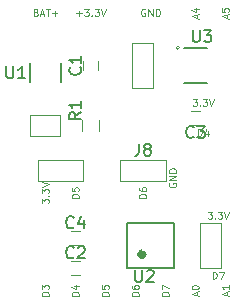
<source format=gto>
G04 #@! TF.FileFunction,Legend,Top*
%FSLAX46Y46*%
G04 Gerber Fmt 4.6, Leading zero omitted, Abs format (unit mm)*
G04 Created by KiCad (PCBNEW 4.0.7-e1-6374~58~ubuntu16.04.1) date Wed Aug  2 11:39:58 2017*
%MOMM*%
%LPD*%
G01*
G04 APERTURE LIST*
%ADD10C,0.100000*%
%ADD11C,0.120000*%
%ADD12C,0.127000*%
%ADD13C,0.609600*%
%ADD14C,0.150000*%
G04 APERTURE END LIST*
D10*
X168095714Y-105367143D02*
X168181428Y-105395714D01*
X168210000Y-105424286D01*
X168238571Y-105481429D01*
X168238571Y-105567143D01*
X168210000Y-105624286D01*
X168181428Y-105652857D01*
X168124286Y-105681429D01*
X167895714Y-105681429D01*
X167895714Y-105081429D01*
X168095714Y-105081429D01*
X168152857Y-105110000D01*
X168181428Y-105138571D01*
X168210000Y-105195714D01*
X168210000Y-105252857D01*
X168181428Y-105310000D01*
X168152857Y-105338571D01*
X168095714Y-105367143D01*
X167895714Y-105367143D01*
X168467143Y-105510000D02*
X168752857Y-105510000D01*
X168410000Y-105681429D02*
X168610000Y-105081429D01*
X168810000Y-105681429D01*
X168924286Y-105081429D02*
X169267143Y-105081429D01*
X169095714Y-105681429D02*
X169095714Y-105081429D01*
X169467143Y-105452857D02*
X169924286Y-105452857D01*
X169695715Y-105681429D02*
X169695715Y-105224286D01*
X171520000Y-105452857D02*
X171977143Y-105452857D01*
X171748572Y-105681429D02*
X171748572Y-105224286D01*
X172205714Y-105081429D02*
X172577143Y-105081429D01*
X172377143Y-105310000D01*
X172462857Y-105310000D01*
X172520000Y-105338571D01*
X172548571Y-105367143D01*
X172577143Y-105424286D01*
X172577143Y-105567143D01*
X172548571Y-105624286D01*
X172520000Y-105652857D01*
X172462857Y-105681429D01*
X172291429Y-105681429D01*
X172234286Y-105652857D01*
X172205714Y-105624286D01*
X172834286Y-105624286D02*
X172862858Y-105652857D01*
X172834286Y-105681429D01*
X172805715Y-105652857D01*
X172834286Y-105624286D01*
X172834286Y-105681429D01*
X173062857Y-105081429D02*
X173434286Y-105081429D01*
X173234286Y-105310000D01*
X173320000Y-105310000D01*
X173377143Y-105338571D01*
X173405714Y-105367143D01*
X173434286Y-105424286D01*
X173434286Y-105567143D01*
X173405714Y-105624286D01*
X173377143Y-105652857D01*
X173320000Y-105681429D01*
X173148572Y-105681429D01*
X173091429Y-105652857D01*
X173062857Y-105624286D01*
X173605715Y-105081429D02*
X173805715Y-105681429D01*
X174005715Y-105081429D01*
X177342858Y-105110000D02*
X177285715Y-105081429D01*
X177200001Y-105081429D01*
X177114286Y-105110000D01*
X177057144Y-105167143D01*
X177028572Y-105224286D01*
X177000001Y-105338571D01*
X177000001Y-105424286D01*
X177028572Y-105538571D01*
X177057144Y-105595714D01*
X177114286Y-105652857D01*
X177200001Y-105681429D01*
X177257144Y-105681429D01*
X177342858Y-105652857D01*
X177371429Y-105624286D01*
X177371429Y-105424286D01*
X177257144Y-105424286D01*
X177628572Y-105681429D02*
X177628572Y-105081429D01*
X177971429Y-105681429D01*
X177971429Y-105081429D01*
X178257143Y-105681429D02*
X178257143Y-105081429D01*
X178400000Y-105081429D01*
X178485715Y-105110000D01*
X178542857Y-105167143D01*
X178571429Y-105224286D01*
X178600000Y-105338571D01*
X178600000Y-105424286D01*
X178571429Y-105538571D01*
X178542857Y-105595714D01*
X178485715Y-105652857D01*
X178400000Y-105681429D01*
X178257143Y-105681429D01*
X181710000Y-105838571D02*
X181710000Y-105552857D01*
X181881429Y-105895714D02*
X181281429Y-105695714D01*
X181881429Y-105495714D01*
X181481429Y-105038571D02*
X181881429Y-105038571D01*
X181252857Y-105181428D02*
X181681429Y-105324285D01*
X181681429Y-104952857D01*
X184250000Y-105838571D02*
X184250000Y-105552857D01*
X184421429Y-105895714D02*
X183821429Y-105695714D01*
X184421429Y-105495714D01*
X183821429Y-105010000D02*
X183821429Y-105295714D01*
X184107143Y-105324285D01*
X184078571Y-105295714D01*
X184050000Y-105238571D01*
X184050000Y-105095714D01*
X184078571Y-105038571D01*
X184107143Y-105010000D01*
X184164286Y-104981428D01*
X184307143Y-104981428D01*
X184364286Y-105010000D01*
X184392857Y-105038571D01*
X184421429Y-105095714D01*
X184421429Y-105238571D01*
X184392857Y-105295714D01*
X184364286Y-105324285D01*
X169181429Y-129347857D02*
X168581429Y-129347857D01*
X168581429Y-129205000D01*
X168610000Y-129119285D01*
X168667143Y-129062143D01*
X168724286Y-129033571D01*
X168838571Y-129005000D01*
X168924286Y-129005000D01*
X169038571Y-129033571D01*
X169095714Y-129062143D01*
X169152857Y-129119285D01*
X169181429Y-129205000D01*
X169181429Y-129347857D01*
X168581429Y-128805000D02*
X168581429Y-128433571D01*
X168810000Y-128633571D01*
X168810000Y-128547857D01*
X168838571Y-128490714D01*
X168867143Y-128462143D01*
X168924286Y-128433571D01*
X169067143Y-128433571D01*
X169124286Y-128462143D01*
X169152857Y-128490714D01*
X169181429Y-128547857D01*
X169181429Y-128719285D01*
X169152857Y-128776428D01*
X169124286Y-128805000D01*
X171721429Y-129347857D02*
X171121429Y-129347857D01*
X171121429Y-129205000D01*
X171150000Y-129119285D01*
X171207143Y-129062143D01*
X171264286Y-129033571D01*
X171378571Y-129005000D01*
X171464286Y-129005000D01*
X171578571Y-129033571D01*
X171635714Y-129062143D01*
X171692857Y-129119285D01*
X171721429Y-129205000D01*
X171721429Y-129347857D01*
X171321429Y-128490714D02*
X171721429Y-128490714D01*
X171092857Y-128633571D02*
X171521429Y-128776428D01*
X171521429Y-128405000D01*
X174261429Y-129347857D02*
X173661429Y-129347857D01*
X173661429Y-129205000D01*
X173690000Y-129119285D01*
X173747143Y-129062143D01*
X173804286Y-129033571D01*
X173918571Y-129005000D01*
X174004286Y-129005000D01*
X174118571Y-129033571D01*
X174175714Y-129062143D01*
X174232857Y-129119285D01*
X174261429Y-129205000D01*
X174261429Y-129347857D01*
X173661429Y-128462143D02*
X173661429Y-128747857D01*
X173947143Y-128776428D01*
X173918571Y-128747857D01*
X173890000Y-128690714D01*
X173890000Y-128547857D01*
X173918571Y-128490714D01*
X173947143Y-128462143D01*
X174004286Y-128433571D01*
X174147143Y-128433571D01*
X174204286Y-128462143D01*
X174232857Y-128490714D01*
X174261429Y-128547857D01*
X174261429Y-128690714D01*
X174232857Y-128747857D01*
X174204286Y-128776428D01*
X184250000Y-129333571D02*
X184250000Y-129047857D01*
X184421429Y-129390714D02*
X183821429Y-129190714D01*
X184421429Y-128990714D01*
X184421429Y-128476428D02*
X184421429Y-128819285D01*
X184421429Y-128647857D02*
X183821429Y-128647857D01*
X183907143Y-128705000D01*
X183964286Y-128762142D01*
X183992857Y-128819285D01*
X181710000Y-129333571D02*
X181710000Y-129047857D01*
X181881429Y-129390714D02*
X181281429Y-129190714D01*
X181881429Y-128990714D01*
X181281429Y-128676428D02*
X181281429Y-128619285D01*
X181310000Y-128562142D01*
X181338571Y-128533571D01*
X181395714Y-128505000D01*
X181510000Y-128476428D01*
X181652857Y-128476428D01*
X181767143Y-128505000D01*
X181824286Y-128533571D01*
X181852857Y-128562142D01*
X181881429Y-128619285D01*
X181881429Y-128676428D01*
X181852857Y-128733571D01*
X181824286Y-128762142D01*
X181767143Y-128790714D01*
X181652857Y-128819285D01*
X181510000Y-128819285D01*
X181395714Y-128790714D01*
X181338571Y-128762142D01*
X181310000Y-128733571D01*
X181281429Y-128676428D01*
X179341429Y-129347857D02*
X178741429Y-129347857D01*
X178741429Y-129205000D01*
X178770000Y-129119285D01*
X178827143Y-129062143D01*
X178884286Y-129033571D01*
X178998571Y-129005000D01*
X179084286Y-129005000D01*
X179198571Y-129033571D01*
X179255714Y-129062143D01*
X179312857Y-129119285D01*
X179341429Y-129205000D01*
X179341429Y-129347857D01*
X178741429Y-128805000D02*
X178741429Y-128405000D01*
X179341429Y-128662143D01*
X176801429Y-129347857D02*
X176201429Y-129347857D01*
X176201429Y-129205000D01*
X176230000Y-129119285D01*
X176287143Y-129062143D01*
X176344286Y-129033571D01*
X176458571Y-129005000D01*
X176544286Y-129005000D01*
X176658571Y-129033571D01*
X176715714Y-129062143D01*
X176772857Y-129119285D01*
X176801429Y-129205000D01*
X176801429Y-129347857D01*
X176201429Y-128490714D02*
X176201429Y-128605000D01*
X176230000Y-128662143D01*
X176258571Y-128690714D01*
X176344286Y-128747857D01*
X176458571Y-128776428D01*
X176687143Y-128776428D01*
X176744286Y-128747857D01*
X176772857Y-128719285D01*
X176801429Y-128662143D01*
X176801429Y-128547857D01*
X176772857Y-128490714D01*
X176744286Y-128462143D01*
X176687143Y-128433571D01*
X176544286Y-128433571D01*
X176487143Y-128462143D01*
X176458571Y-128490714D01*
X176430000Y-128547857D01*
X176430000Y-128662143D01*
X176458571Y-128719285D01*
X176487143Y-128747857D01*
X176544286Y-128776428D01*
X181359285Y-112701429D02*
X181730714Y-112701429D01*
X181530714Y-112930000D01*
X181616428Y-112930000D01*
X181673571Y-112958571D01*
X181702142Y-112987143D01*
X181730714Y-113044286D01*
X181730714Y-113187143D01*
X181702142Y-113244286D01*
X181673571Y-113272857D01*
X181616428Y-113301429D01*
X181445000Y-113301429D01*
X181387857Y-113272857D01*
X181359285Y-113244286D01*
X181987857Y-113244286D02*
X182016429Y-113272857D01*
X181987857Y-113301429D01*
X181959286Y-113272857D01*
X181987857Y-113244286D01*
X181987857Y-113301429D01*
X182216428Y-112701429D02*
X182587857Y-112701429D01*
X182387857Y-112930000D01*
X182473571Y-112930000D01*
X182530714Y-112958571D01*
X182559285Y-112987143D01*
X182587857Y-113044286D01*
X182587857Y-113187143D01*
X182559285Y-113244286D01*
X182530714Y-113272857D01*
X182473571Y-113301429D01*
X182302143Y-113301429D01*
X182245000Y-113272857D01*
X182216428Y-113244286D01*
X182759286Y-112701429D02*
X182959286Y-113301429D01*
X183159286Y-112701429D01*
X181802143Y-115841429D02*
X181802143Y-115241429D01*
X181945000Y-115241429D01*
X182030715Y-115270000D01*
X182087857Y-115327143D01*
X182116429Y-115384286D01*
X182145000Y-115498571D01*
X182145000Y-115584286D01*
X182116429Y-115698571D01*
X182087857Y-115755714D01*
X182030715Y-115812857D01*
X181945000Y-115841429D01*
X181802143Y-115841429D01*
X182659286Y-115441429D02*
X182659286Y-115841429D01*
X182516429Y-115212857D02*
X182373572Y-115641429D01*
X182745000Y-115641429D01*
X168581429Y-121535715D02*
X168581429Y-121164286D01*
X168810000Y-121364286D01*
X168810000Y-121278572D01*
X168838571Y-121221429D01*
X168867143Y-121192858D01*
X168924286Y-121164286D01*
X169067143Y-121164286D01*
X169124286Y-121192858D01*
X169152857Y-121221429D01*
X169181429Y-121278572D01*
X169181429Y-121450000D01*
X169152857Y-121507143D01*
X169124286Y-121535715D01*
X169124286Y-120907143D02*
X169152857Y-120878571D01*
X169181429Y-120907143D01*
X169152857Y-120935714D01*
X169124286Y-120907143D01*
X169181429Y-120907143D01*
X168581429Y-120678572D02*
X168581429Y-120307143D01*
X168810000Y-120507143D01*
X168810000Y-120421429D01*
X168838571Y-120364286D01*
X168867143Y-120335715D01*
X168924286Y-120307143D01*
X169067143Y-120307143D01*
X169124286Y-120335715D01*
X169152857Y-120364286D01*
X169181429Y-120421429D01*
X169181429Y-120592857D01*
X169152857Y-120650000D01*
X169124286Y-120678572D01*
X168581429Y-120135714D02*
X169181429Y-119935714D01*
X168581429Y-119735714D01*
X171721429Y-121092857D02*
X171121429Y-121092857D01*
X171121429Y-120950000D01*
X171150000Y-120864285D01*
X171207143Y-120807143D01*
X171264286Y-120778571D01*
X171378571Y-120750000D01*
X171464286Y-120750000D01*
X171578571Y-120778571D01*
X171635714Y-120807143D01*
X171692857Y-120864285D01*
X171721429Y-120950000D01*
X171721429Y-121092857D01*
X171121429Y-120207143D02*
X171121429Y-120492857D01*
X171407143Y-120521428D01*
X171378571Y-120492857D01*
X171350000Y-120435714D01*
X171350000Y-120292857D01*
X171378571Y-120235714D01*
X171407143Y-120207143D01*
X171464286Y-120178571D01*
X171607143Y-120178571D01*
X171664286Y-120207143D01*
X171692857Y-120235714D01*
X171721429Y-120292857D01*
X171721429Y-120435714D01*
X171692857Y-120492857D01*
X171664286Y-120521428D01*
X179405000Y-119837142D02*
X179376429Y-119894285D01*
X179376429Y-119979999D01*
X179405000Y-120065714D01*
X179462143Y-120122856D01*
X179519286Y-120151428D01*
X179633571Y-120179999D01*
X179719286Y-120179999D01*
X179833571Y-120151428D01*
X179890714Y-120122856D01*
X179947857Y-120065714D01*
X179976429Y-119979999D01*
X179976429Y-119922856D01*
X179947857Y-119837142D01*
X179919286Y-119808571D01*
X179719286Y-119808571D01*
X179719286Y-119922856D01*
X179976429Y-119551428D02*
X179376429Y-119551428D01*
X179976429Y-119208571D01*
X179376429Y-119208571D01*
X179976429Y-118922857D02*
X179376429Y-118922857D01*
X179376429Y-118780000D01*
X179405000Y-118694285D01*
X179462143Y-118637143D01*
X179519286Y-118608571D01*
X179633571Y-118580000D01*
X179719286Y-118580000D01*
X179833571Y-118608571D01*
X179890714Y-118637143D01*
X179947857Y-118694285D01*
X179976429Y-118780000D01*
X179976429Y-118922857D01*
X177436429Y-121092857D02*
X176836429Y-121092857D01*
X176836429Y-120950000D01*
X176865000Y-120864285D01*
X176922143Y-120807143D01*
X176979286Y-120778571D01*
X177093571Y-120750000D01*
X177179286Y-120750000D01*
X177293571Y-120778571D01*
X177350714Y-120807143D01*
X177407857Y-120864285D01*
X177436429Y-120950000D01*
X177436429Y-121092857D01*
X176836429Y-120235714D02*
X176836429Y-120350000D01*
X176865000Y-120407143D01*
X176893571Y-120435714D01*
X176979286Y-120492857D01*
X177093571Y-120521428D01*
X177322143Y-120521428D01*
X177379286Y-120492857D01*
X177407857Y-120464285D01*
X177436429Y-120407143D01*
X177436429Y-120292857D01*
X177407857Y-120235714D01*
X177379286Y-120207143D01*
X177322143Y-120178571D01*
X177179286Y-120178571D01*
X177122143Y-120207143D01*
X177093571Y-120235714D01*
X177065000Y-120292857D01*
X177065000Y-120407143D01*
X177093571Y-120464285D01*
X177122143Y-120492857D01*
X177179286Y-120521428D01*
X183072143Y-127906429D02*
X183072143Y-127306429D01*
X183215000Y-127306429D01*
X183300715Y-127335000D01*
X183357857Y-127392143D01*
X183386429Y-127449286D01*
X183415000Y-127563571D01*
X183415000Y-127649286D01*
X183386429Y-127763571D01*
X183357857Y-127820714D01*
X183300715Y-127877857D01*
X183215000Y-127906429D01*
X183072143Y-127906429D01*
X183615000Y-127306429D02*
X184015000Y-127306429D01*
X183757857Y-127906429D01*
X182629285Y-122226429D02*
X183000714Y-122226429D01*
X182800714Y-122455000D01*
X182886428Y-122455000D01*
X182943571Y-122483571D01*
X182972142Y-122512143D01*
X183000714Y-122569286D01*
X183000714Y-122712143D01*
X182972142Y-122769286D01*
X182943571Y-122797857D01*
X182886428Y-122826429D01*
X182715000Y-122826429D01*
X182657857Y-122797857D01*
X182629285Y-122769286D01*
X183257857Y-122769286D02*
X183286429Y-122797857D01*
X183257857Y-122826429D01*
X183229286Y-122797857D01*
X183257857Y-122769286D01*
X183257857Y-122826429D01*
X183486428Y-122226429D02*
X183857857Y-122226429D01*
X183657857Y-122455000D01*
X183743571Y-122455000D01*
X183800714Y-122483571D01*
X183829285Y-122512143D01*
X183857857Y-122569286D01*
X183857857Y-122712143D01*
X183829285Y-122769286D01*
X183800714Y-122797857D01*
X183743571Y-122826429D01*
X183572143Y-122826429D01*
X183515000Y-122797857D01*
X183486428Y-122769286D01*
X184029286Y-122226429D02*
X184229286Y-122826429D01*
X184429286Y-122226429D01*
D11*
X172120000Y-110205000D02*
X172120000Y-109505000D01*
X173320000Y-109505000D02*
X173320000Y-110205000D01*
X171800000Y-127600000D02*
X171100000Y-127600000D01*
X171100000Y-126400000D02*
X171800000Y-126400000D01*
X181960000Y-114900000D02*
X181260000Y-114900000D01*
X181260000Y-113700000D02*
X181960000Y-113700000D01*
X171800000Y-125060000D02*
X171100000Y-125060000D01*
X171100000Y-123860000D02*
X171800000Y-123860000D01*
X167640000Y-115825000D02*
X170180000Y-115825000D01*
X170180000Y-114045000D02*
X167640000Y-114045000D01*
X170180000Y-114045000D02*
X170180000Y-115825000D01*
X167640000Y-115825000D02*
X167640000Y-114045000D01*
X168270000Y-119635000D02*
X172090000Y-119635000D01*
X172090000Y-119635000D02*
X172090000Y-117855000D01*
X172090000Y-117855000D02*
X168270000Y-117855000D01*
X168270000Y-119635000D02*
X168270000Y-117855000D01*
X181990000Y-123185000D02*
X181990000Y-127005000D01*
X181990000Y-127005000D02*
X183770000Y-127005000D01*
X183770000Y-127005000D02*
X183770000Y-123185000D01*
X181990000Y-123185000D02*
X183770000Y-123185000D01*
X176275000Y-107945000D02*
X176275000Y-111765000D01*
X176275000Y-111765000D02*
X178055000Y-111765000D01*
X178055000Y-111765000D02*
X178055000Y-107945000D01*
X176275000Y-107945000D02*
X178055000Y-107945000D01*
X173400000Y-114435000D02*
X173400000Y-115435000D01*
X172040000Y-115435000D02*
X172040000Y-114435000D01*
D12*
X167610000Y-111290000D02*
X167610000Y-109690000D01*
X170210000Y-111290000D02*
X170210000Y-109690000D01*
D13*
X177175000Y-125845000D02*
G75*
G03X177175000Y-125845000I-125000J0D01*
G01*
D12*
X179800000Y-126970000D02*
X179800000Y-123220000D01*
X179800000Y-123220000D02*
X175800000Y-123220000D01*
X175800000Y-123220000D02*
X175800000Y-126970000D01*
X175800000Y-126970000D02*
X179800000Y-126970000D01*
D13*
X177175000Y-125845000D02*
G75*
G03X177175000Y-125845000I-125000J0D01*
G01*
D10*
X180251420Y-108355000D02*
G75*
G03X180251420Y-108355000I-141420J0D01*
G01*
D12*
X180610000Y-108355000D02*
X182610000Y-108355000D01*
X180610000Y-111355000D02*
X182610000Y-111355000D01*
D11*
X179075000Y-117855000D02*
X175255000Y-117855000D01*
X175255000Y-117855000D02*
X175255000Y-119635000D01*
X175255000Y-119635000D02*
X179075000Y-119635000D01*
X179075000Y-117855000D02*
X179075000Y-119635000D01*
D14*
X171827143Y-110021666D02*
X171874762Y-110069285D01*
X171922381Y-110212142D01*
X171922381Y-110307380D01*
X171874762Y-110450238D01*
X171779524Y-110545476D01*
X171684286Y-110593095D01*
X171493810Y-110640714D01*
X171350952Y-110640714D01*
X171160476Y-110593095D01*
X171065238Y-110545476D01*
X170970000Y-110450238D01*
X170922381Y-110307380D01*
X170922381Y-110212142D01*
X170970000Y-110069285D01*
X171017619Y-110021666D01*
X171922381Y-109069285D02*
X171922381Y-109640714D01*
X171922381Y-109355000D02*
X170922381Y-109355000D01*
X171065238Y-109450238D01*
X171160476Y-109545476D01*
X171208095Y-109640714D01*
X171283334Y-126087143D02*
X171235715Y-126134762D01*
X171092858Y-126182381D01*
X170997620Y-126182381D01*
X170854762Y-126134762D01*
X170759524Y-126039524D01*
X170711905Y-125944286D01*
X170664286Y-125753810D01*
X170664286Y-125610952D01*
X170711905Y-125420476D01*
X170759524Y-125325238D01*
X170854762Y-125230000D01*
X170997620Y-125182381D01*
X171092858Y-125182381D01*
X171235715Y-125230000D01*
X171283334Y-125277619D01*
X171664286Y-125277619D02*
X171711905Y-125230000D01*
X171807143Y-125182381D01*
X172045239Y-125182381D01*
X172140477Y-125230000D01*
X172188096Y-125277619D01*
X172235715Y-125372857D01*
X172235715Y-125468095D01*
X172188096Y-125610952D01*
X171616667Y-126182381D01*
X172235715Y-126182381D01*
X181443334Y-115907143D02*
X181395715Y-115954762D01*
X181252858Y-116002381D01*
X181157620Y-116002381D01*
X181014762Y-115954762D01*
X180919524Y-115859524D01*
X180871905Y-115764286D01*
X180824286Y-115573810D01*
X180824286Y-115430952D01*
X180871905Y-115240476D01*
X180919524Y-115145238D01*
X181014762Y-115050000D01*
X181157620Y-115002381D01*
X181252858Y-115002381D01*
X181395715Y-115050000D01*
X181443334Y-115097619D01*
X181776667Y-115002381D02*
X182395715Y-115002381D01*
X182062381Y-115383333D01*
X182205239Y-115383333D01*
X182300477Y-115430952D01*
X182348096Y-115478571D01*
X182395715Y-115573810D01*
X182395715Y-115811905D01*
X182348096Y-115907143D01*
X182300477Y-115954762D01*
X182205239Y-116002381D01*
X181919524Y-116002381D01*
X181824286Y-115954762D01*
X181776667Y-115907143D01*
X171283334Y-123547143D02*
X171235715Y-123594762D01*
X171092858Y-123642381D01*
X170997620Y-123642381D01*
X170854762Y-123594762D01*
X170759524Y-123499524D01*
X170711905Y-123404286D01*
X170664286Y-123213810D01*
X170664286Y-123070952D01*
X170711905Y-122880476D01*
X170759524Y-122785238D01*
X170854762Y-122690000D01*
X170997620Y-122642381D01*
X171092858Y-122642381D01*
X171235715Y-122690000D01*
X171283334Y-122737619D01*
X172140477Y-122975714D02*
X172140477Y-123642381D01*
X171902381Y-122594762D02*
X171664286Y-123309048D01*
X172283334Y-123309048D01*
X171902381Y-113831666D02*
X171426190Y-114165000D01*
X171902381Y-114403095D02*
X170902381Y-114403095D01*
X170902381Y-114022142D01*
X170950000Y-113926904D01*
X170997619Y-113879285D01*
X171092857Y-113831666D01*
X171235714Y-113831666D01*
X171330952Y-113879285D01*
X171378571Y-113926904D01*
X171426190Y-114022142D01*
X171426190Y-114403095D01*
X171902381Y-112879285D02*
X171902381Y-113450714D01*
X171902381Y-113165000D02*
X170902381Y-113165000D01*
X171045238Y-113260238D01*
X171140476Y-113355476D01*
X171188095Y-113450714D01*
X165608095Y-109942381D02*
X165608095Y-110751905D01*
X165655714Y-110847143D01*
X165703333Y-110894762D01*
X165798571Y-110942381D01*
X165989048Y-110942381D01*
X166084286Y-110894762D01*
X166131905Y-110847143D01*
X166179524Y-110751905D01*
X166179524Y-109942381D01*
X167179524Y-110942381D02*
X166608095Y-110942381D01*
X166893809Y-110942381D02*
X166893809Y-109942381D01*
X166798571Y-110085238D01*
X166703333Y-110180476D01*
X166608095Y-110228095D01*
X176498095Y-127182381D02*
X176498095Y-127991905D01*
X176545714Y-128087143D01*
X176593333Y-128134762D01*
X176688571Y-128182381D01*
X176879048Y-128182381D01*
X176974286Y-128134762D01*
X177021905Y-128087143D01*
X177069524Y-127991905D01*
X177069524Y-127182381D01*
X177498095Y-127277619D02*
X177545714Y-127230000D01*
X177640952Y-127182381D01*
X177879048Y-127182381D01*
X177974286Y-127230000D01*
X178021905Y-127277619D01*
X178069524Y-127372857D01*
X178069524Y-127468095D01*
X178021905Y-127610952D01*
X177450476Y-128182381D01*
X178069524Y-128182381D01*
X181388095Y-106872381D02*
X181388095Y-107681905D01*
X181435714Y-107777143D01*
X181483333Y-107824762D01*
X181578571Y-107872381D01*
X181769048Y-107872381D01*
X181864286Y-107824762D01*
X181911905Y-107777143D01*
X181959524Y-107681905D01*
X181959524Y-106872381D01*
X182340476Y-106872381D02*
X182959524Y-106872381D01*
X182626190Y-107253333D01*
X182769048Y-107253333D01*
X182864286Y-107300952D01*
X182911905Y-107348571D01*
X182959524Y-107443810D01*
X182959524Y-107681905D01*
X182911905Y-107777143D01*
X182864286Y-107824762D01*
X182769048Y-107872381D01*
X182483333Y-107872381D01*
X182388095Y-107824762D01*
X182340476Y-107777143D01*
X176831667Y-116497381D02*
X176831667Y-117211667D01*
X176784047Y-117354524D01*
X176688809Y-117449762D01*
X176545952Y-117497381D01*
X176450714Y-117497381D01*
X177450714Y-116925952D02*
X177355476Y-116878333D01*
X177307857Y-116830714D01*
X177260238Y-116735476D01*
X177260238Y-116687857D01*
X177307857Y-116592619D01*
X177355476Y-116545000D01*
X177450714Y-116497381D01*
X177641191Y-116497381D01*
X177736429Y-116545000D01*
X177784048Y-116592619D01*
X177831667Y-116687857D01*
X177831667Y-116735476D01*
X177784048Y-116830714D01*
X177736429Y-116878333D01*
X177641191Y-116925952D01*
X177450714Y-116925952D01*
X177355476Y-116973571D01*
X177307857Y-117021190D01*
X177260238Y-117116429D01*
X177260238Y-117306905D01*
X177307857Y-117402143D01*
X177355476Y-117449762D01*
X177450714Y-117497381D01*
X177641191Y-117497381D01*
X177736429Y-117449762D01*
X177784048Y-117402143D01*
X177831667Y-117306905D01*
X177831667Y-117116429D01*
X177784048Y-117021190D01*
X177736429Y-116973571D01*
X177641191Y-116925952D01*
M02*

</source>
